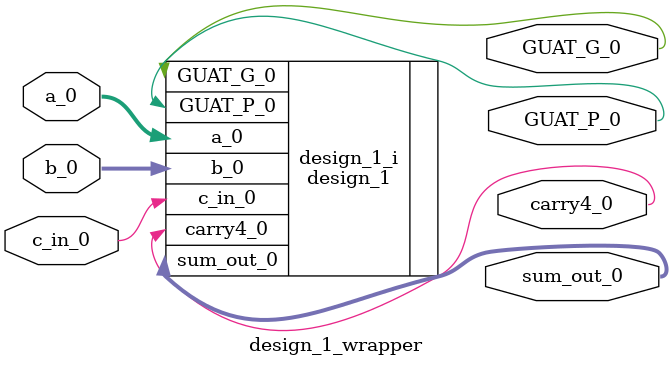
<source format=v>
`timescale 1 ps / 1 ps

module design_1_wrapper
   (GUAT_G_0,
    GUAT_P_0,
    a_0,
    b_0,
    c_in_0,
    carry4_0,
    sum_out_0);
  output GUAT_G_0;
  output GUAT_P_0;
  input [15:0]a_0;
  input [15:0]b_0;
  input c_in_0;
  output carry4_0;
  output [15:0]sum_out_0;

  wire GUAT_G_0;
  wire GUAT_P_0;
  wire [15:0]a_0;
  wire [15:0]b_0;
  wire c_in_0;
  wire carry4_0;
  wire [15:0]sum_out_0;

  design_1 design_1_i
       (.GUAT_G_0(GUAT_G_0),
        .GUAT_P_0(GUAT_P_0),
        .a_0(a_0),
        .b_0(b_0),
        .c_in_0(c_in_0),
        .carry4_0(carry4_0),
        .sum_out_0(sum_out_0));
endmodule

</source>
